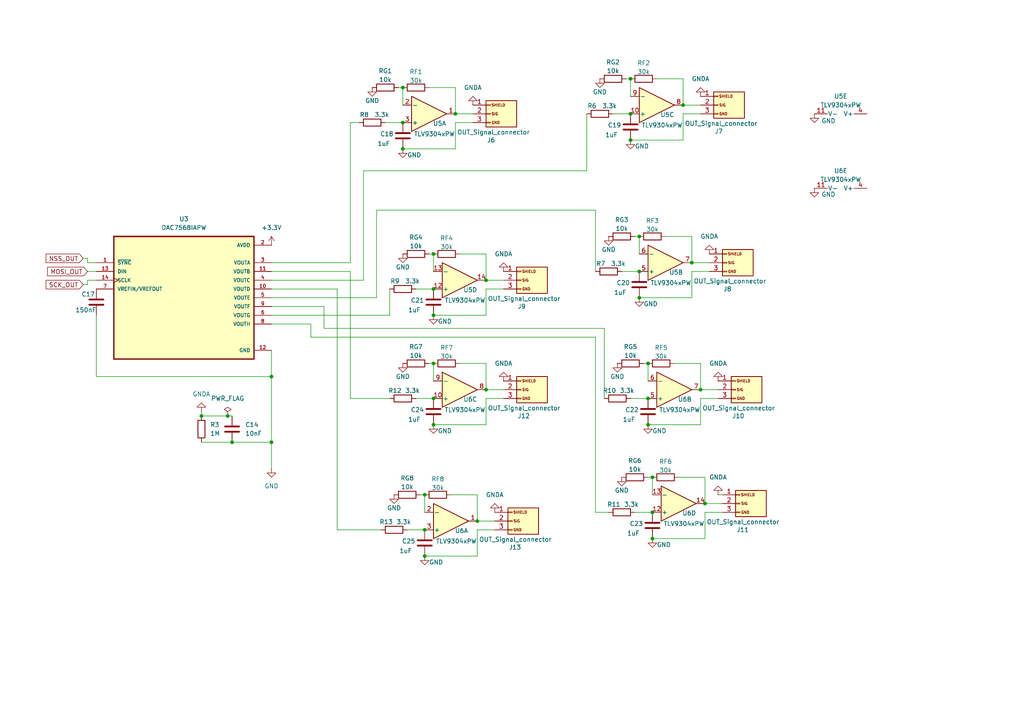
<source format=kicad_sch>
(kicad_sch (version 20250114) (generator "eeschema") (generator_version "9.0")
  (paper "A4")
  (lib_symbols
    (symbol "Amplifier_Operational:TLV9304xPW" (pin_names (offset 0.127))
      (property "Reference" "U" (at 0 5.08 0))
      (property "Value" "TLV9304xPW" (at 0 -5.08 0))
      (symbol "TLV9304xPW_1_1"
        (polyline (pts (xy -5.08 5.08) (xy 5.08 0) (xy -5.08 -5.08) (xy -5.08 5.08)) (stroke (width 0.254)) (fill (type background)))
        (pin input line (at -7.62 2.54 0) (length 2.54) (name "+") (number "3"))
        (pin input line (at -7.62 -2.54 0) (length 2.54) (name "-") (number "2"))
        (pin output line (at 7.62 0 180) (length 2.54) (name "~") (number "1"))
      )
      (symbol "TLV9304xPW_2_1"
        (polyline (pts (xy -5.08 5.08) (xy 5.08 0) (xy -5.08 -5.08) (xy -5.08 5.08)) (stroke (width 0.254)) (fill (type background)))
        (pin input line (at -7.62 2.54 0) (length 2.54) (name "+") (number "5"))
        (pin input line (at -7.62 -2.54 0) (length 2.54) (name "-") (number "6"))
        (pin output line (at 7.62 0 180) (length 2.54) (name "~") (number "7"))
      )
      (symbol "TLV9304xPW_3_1"
        (polyline (pts (xy -5.08 5.08) (xy 5.08 0) (xy -5.08 -5.08) (xy -5.08 5.08)) (stroke (width 0.254)) (fill (type background)))
        (pin input line (at -7.62 2.54 0) (length 2.54) (name "+") (number "10"))
        (pin input line (at -7.62 -2.54 0) (length 2.54) (name "-") (number "9"))
        (pin output line (at 7.62 0 180) (length 2.54) (name "~") (number "8"))
      )
      (symbol "TLV9304xPW_4_1"
        (polyline (pts (xy -5.08 5.08) (xy 5.08 0) (xy -5.08 -5.08) (xy -5.08 5.08)) (stroke (width 0.254)) (fill (type background)))
        (pin input line (at -7.62 2.54 0) (length 2.54) (name "+") (number "12"))
        (pin input line (at -7.62 -2.54 0) (length 2.54) (name "-") (number "13"))
        (pin output line (at 7.62 0 180) (length 2.54) (name "~") (number "14"))
      )
      (symbol "TLV9304xPW_5_1"
        (pin power_in line (at -2.54 7.62 270) (length 3.81) (name "V+") (number "4"))
        (pin power_in line (at -2.54 -7.62 90) (length 3.81) (name "V-") (number "11"))
      )
    )
    (symbol "Conn_01x04_1" (pin_names (offset 1.016) (hide yes))
      (property "Reference" "J6" (at 8.89 0.0001 0))
      (property "Value" "OUT_Signal_connector" (at 8.89 -2.5399 0))
      (symbol "Conn_01x04_1_1_1"
        (rectangle (start -1.27 3.81) (end 7.62 -3.81) (stroke (width 0.254)) (fill (type background)))
        (rectangle (start -1.27 2.667) (end 0 2.413) (stroke (width 0.1524)))
        (rectangle (start -1.27 0.127) (end 0 -0.127) (stroke (width 0.1524)))
        (rectangle (start -1.27 -2.413) (end 0 -2.667) (stroke (width 0.1524)))
        (text "SIG" (at 1.27 0 0) (effects (font (size 0.762 0.762))))
        (text "GND\n" (at 1.524 -2.54 0) (effects (font (size 0.762 0.762))))
        (text "SHIELD\n" (at 2.286 2.54 0) (effects (font (size 0.762 0.762))))
        (pin passive line (at -5.08 2.54 0) (length 3.81) (name "SHIELD") (number "1"))
        (pin passive line (at -5.08 0 0) (length 3.81) (name "GND") (number "2"))
        (pin passive line (at -5.08 -2.54 0) (length 3.81) (name "SIG") (number "3"))
      )
    )
    (symbol "DAC7568IAPW:DAC7568IAPW" (pin_names (offset 1.016))
      (property "Reference" "U" (at -20.32 18.78 0))
      (property "Value" "DAC7568IAPW" (at -20.32 -21.78 0))
      (symbol "DAC7568IAPW_0_0"
        (rectangle (start -20.32 -17.78) (end 20.32 17.78) (stroke (width 0.41)) (fill (type background)))
        (pin input line (at -25.4 10.16 0) (length 5.08) (name "~{SYNC}") (number "1"))
        (pin input line (at -25.4 7.62 0) (length 5.08) (name "DIN") (number "13"))
        (pin input clock (at -25.4 5.08 0) (length 5.08) (name "SCLK") (number "14"))
        (pin input line (at -25.4 2.54 0) (length 5.08) (name "VREFIN/VREFOUT") (number "7"))
        (pin power_in line (at 25.4 15.24 180) (length 5.08) (name "AVDD") (number "2"))
        (pin output line (at 25.4 10.16 180) (length 5.08) (name "VOUTA") (number "3"))
        (pin output line (at 25.4 7.62 180) (length 5.08) (name "VOUTB") (number "11"))
        (pin output line (at 25.4 5.08 180) (length 5.08) (name "VOUTC") (number "4"))
        (pin output line (at 25.4 2.54 180) (length 5.08) (name "VOUTD") (number "10"))
        (pin output line (at 25.4 0 180) (length 5.08) (name "VOUTE") (number "5"))
        (pin output line (at 25.4 -2.54 180) (length 5.08) (name "VOUTF") (number "9"))
        (pin output line (at 25.4 -5.08 180) (length 5.08) (name "VOUTG") (number "6"))
        (pin output line (at 25.4 -7.62 180) (length 5.08) (name "VOUTH") (number "8"))
        (pin power_in line (at 25.4 -15.24 180) (length 5.08) (name "GND") (number "12"))
      )
    )
    (symbol "Device:C" (pin_numbers (hide yes)) (pin_names (offset 0.254))
      (property "Reference" "C" (at 0.635 2.54 0))
      (property "Value" "C" (at 0.635 -2.54 0))
      (symbol "C_0_1"
        (polyline (pts (xy -2.032 0.762) (xy 2.032 0.762)) (stroke (width 0.508)))
        (polyline (pts (xy -2.032 -0.762) (xy 2.032 -0.762)) (stroke (width 0.508)))
      )
      (symbol "C_1_1"
        (pin passive line (at 0 3.81 270) (length 2.794) (name "~") (number "1"))
        (pin passive line (at 0 -3.81 90) (length 2.794) (name "~") (number "2"))
      )
    )
    (symbol "Device:R" (pin_numbers (hide yes)) (pin_names (offset 0))
      (property "Reference" "R" (at 2.032 0 90))
      (property "Value" "R" (at 0 0 90))
      (symbol "R_0_1"
        (rectangle (start -1.016 -2.54) (end 1.016 2.54) (stroke (width 0.254)))
      )
      (symbol "R_1_1"
        (pin passive line (at 0 3.81 270) (length 1.27) (name "~") (number "1"))
        (pin passive line (at 0 -3.81 90) (length 1.27) (name "~") (number "2"))
      )
    )
    (symbol "power:+3.3V" (power) (pin_numbers (hide yes)) (pin_names (offset 0) (hide yes))
      (property "Value" "+3.3V" (at 0 3.556 0))
      (symbol "+3.3V_0_1"
        (polyline (pts (xy -0.762 1.27) (xy 0 2.54)))
        (polyline (pts (xy 0 2.54) (xy 0.762 1.27)))
        (polyline (pts (xy 0 0) (xy 0 2.54)))
      )
      (symbol "+3.3V_1_1"
        (pin power_in line (at 0 0 90) (length 0) (name "~") (number "1"))
      )
    )
    (symbol "power:GND" (power) (pin_numbers (hide yes)) (pin_names (offset 0) (hide yes))
      (property "Value" "GND" (at 0 -3.81 0))
      (symbol "GND_0_1"
        (polyline (pts (xy 0 0) (xy 0 -1.27) (xy 1.27 -1.27) (xy 0 -2.54) (xy -1.27 -1.27) (xy 0 -1.27)))
      )
      (symbol "GND_1_1"
        (pin power_in line (at 0 0 270) (length 0) (name "~") (number "1"))
      )
    )
    (symbol "power:GNDA" (power) (pin_numbers (hide yes)) (pin_names (offset 0) (hide yes))
      (property "Value" "GNDA" (at 0 -3.81 0))
      (symbol "GNDA_0_1"
        (polyline (pts (xy 0 0) (xy 0 -1.27) (xy 1.27 -1.27) (xy 0 -2.54) (xy -1.27 -1.27) (xy 0 -1.27)))
      )
      (symbol "GNDA_1_1"
        (pin power_in line (at 0 0 270) (length 0) (name "~") (number "1"))
      )
    )
    (symbol "power:PWR_FLAG" (power) (pin_numbers (hide yes)) (pin_names (offset 0) (hide yes))
      (property "Value" "PWR_FLAG" (at 0 3.81 0))
      (symbol "PWR_FLAG_0_0"
        (pin power_out line (at 0 0 90) (length 0) (name "~") (number "1"))
      )
      (symbol "PWR_FLAG_0_1"
        (polyline (pts (xy 0 0) (xy 0 1.27) (xy -1.016 1.905) (xy 0 2.54) (xy 1.016 1.905) (xy 0 1.27)))
      )
    )
  )
  (junction (at 198.12 30.48))
  (junction (at 185.42 86.36))
  (junction (at 132.08 33.02))
  (junction (at 125.73 105.41))
  (junction (at 204.47 146.05))
  (junction (at 116.84 35.56))
  (junction (at 189.23 138.43))
  (junction (at 123.19 161.29))
  (junction (at 189.23 148.59))
  (junction (at 78.74 128.27))
  (junction (at 140.97 113.03))
  (junction (at 138.43 151.13))
  (junction (at 116.84 25.4))
  (junction (at 185.42 78.74))
  (junction (at 125.73 91.44))
  (junction (at 125.73 115.57))
  (junction (at 58.42 120.65))
  (junction (at 182.88 33.02))
  (junction (at 125.73 83.82))
  (junction (at 67.31 128.27))
  (junction (at 140.97 81.28))
  (junction (at 116.84 43.18))
  (junction (at 66.04 120.65))
  (junction (at 187.96 123.19))
  (junction (at 123.19 143.51))
  (junction (at 78.74 109.22))
  (junction (at 125.73 123.19))
  (junction (at 200.66 76.2))
  (junction (at 203.2 113.03))
  (junction (at 185.42 68.58))
  (junction (at 189.23 156.21))
  (junction (at 125.73 73.66))
  (junction (at 123.19 153.67))
  (junction (at 187.96 105.41))
  (junction (at 187.96 115.57))
  (junction (at 182.88 22.86))
  (junction (at 182.88 40.64))
  (wire (pts (xy 78.74 78.74) (xy 101.6 78.74)))
  (wire (pts (xy 78.74 135.89) (xy 78.74 128.27)))
  (wire (pts (xy 182.88 115.57) (xy 187.96 115.57)))
  (wire (pts (xy 204.47 156.21) (xy 204.47 148.59)))
  (wire (pts (xy 124.46 105.41) (xy 125.73 105.41)))
  (wire (pts (xy 133.35 73.66) (xy 140.97 73.66)))
  (wire (pts (xy 187.96 110.49) (xy 187.96 105.41)))
  (wire (pts (xy 138.43 151.13) (xy 143.51 151.13)))
  (wire (pts (xy 111.76 35.56) (xy 116.84 35.56)))
  (wire (pts (xy 195.58 105.41) (xy 203.2 105.41)))
  (wire (pts (xy 185.42 86.36) (xy 200.66 86.36)))
  (wire (pts (xy 123.19 148.59) (xy 123.19 143.51)))
  (wire (pts (xy 93.98 88.9) (xy 93.98 95.25)))
  (wire (pts (xy 125.73 110.49) (xy 125.73 105.41)))
  (wire (pts (xy 208.28 143.51) (xy 209.55 143.51)))
  (wire (pts (xy 25.4 78.74) (xy 27.94 78.74)))
  (wire (pts (xy 101.6 115.57) (xy 113.03 115.57)))
  (wire (pts (xy 172.72 148.59) (xy 176.53 148.59)))
  (wire (pts (xy 105.41 49.53) (xy 170.18 49.53)))
  (wire (pts (xy 175.26 95.25) (xy 175.26 115.57)))
  (wire (pts (xy 125.73 78.74) (xy 125.73 73.66)))
  (wire (pts (xy 27.94 76.2) (xy 25.4 76.2)))
  (wire (pts (xy 140.97 73.66) (xy 140.97 81.28)))
  (wire (pts (xy 113.03 91.44) (xy 113.03 83.82)))
  (wire (pts (xy 27.94 91.44) (xy 27.94 109.22)))
  (wire (pts (xy 196.85 138.43) (xy 204.47 138.43)))
  (wire (pts (xy 109.22 86.36) (xy 109.22 60.96)))
  (wire (pts (xy 132.08 33.02) (xy 137.16 33.02)))
  (wire (pts (xy 172.72 60.96) (xy 172.72 78.74)))
  (wire (pts (xy 125.73 91.44) (xy 140.97 91.44)))
  (wire (pts (xy 101.6 78.74) (xy 101.6 115.57)))
  (wire (pts (xy 97.79 153.67) (xy 110.49 153.67)))
  (wire (pts (xy 203.2 113.03) (xy 208.28 113.03)))
  (wire (pts (xy 116.84 43.18) (xy 132.08 43.18)))
  (wire (pts (xy 67.31 128.27) (xy 78.74 128.27)))
  (wire (pts (xy 140.97 123.19) (xy 140.97 115.57)))
  (wire (pts (xy 189.23 156.21) (xy 204.47 156.21)))
  (wire (pts (xy 121.92 143.51) (xy 123.19 143.51)))
  (wire (pts (xy 132.08 25.4) (xy 132.08 33.02)))
  (wire (pts (xy 93.98 95.25) (xy 175.26 95.25)))
  (wire (pts (xy 182.88 40.64) (xy 198.12 40.64)))
  (wire (pts (xy 78.74 76.2) (xy 101.6 76.2)))
  (wire (pts (xy 140.97 81.28) (xy 146.05 81.28)))
  (wire (pts (xy 204.47 148.59) (xy 209.55 148.59)))
  (wire (pts (xy 140.97 83.82) (xy 146.05 83.82)))
  (wire (pts (xy 25.4 76.2) (xy 25.4 74.93)))
  (wire (pts (xy 90.17 93.98) (xy 90.17 97.79)))
  (wire (pts (xy 25.4 81.28) (xy 27.94 81.28)))
  (wire (pts (xy 189.23 143.51) (xy 189.23 138.43)))
  (wire (pts (xy 58.42 120.65) (xy 66.04 120.65)))
  (wire (pts (xy 184.15 68.58) (xy 185.42 68.58)))
  (wire (pts (xy 190.5 22.86) (xy 198.12 22.86)))
  (wire (pts (xy 125.73 123.19) (xy 140.97 123.19)))
  (wire (pts (xy 24.13 82.55) (xy 25.4 82.55)))
  (wire (pts (xy 200.66 76.2) (xy 205.74 76.2)))
  (wire (pts (xy 140.97 91.44) (xy 140.97 83.82)))
  (wire (pts (xy 187.96 138.43) (xy 189.23 138.43)))
  (wire (pts (xy 198.12 22.86) (xy 198.12 30.48)))
  (wire (pts (xy 66.04 120.65) (xy 67.31 120.65)))
  (wire (pts (xy 105.41 81.28) (xy 105.41 49.53)))
  (wire (pts (xy 25.4 82.55) (xy 25.4 81.28)))
  (wire (pts (xy 177.8 33.02) (xy 182.88 33.02)))
  (wire (pts (xy 78.74 83.82) (xy 97.79 83.82)))
  (wire (pts (xy 204.47 146.05) (xy 209.55 146.05)))
  (wire (pts (xy 118.11 153.67) (xy 123.19 153.67)))
  (wire (pts (xy 124.46 25.4) (xy 132.08 25.4)))
  (wire (pts (xy 184.15 148.59) (xy 189.23 148.59)))
  (wire (pts (xy 200.66 68.58) (xy 200.66 76.2)))
  (wire (pts (xy 138.43 153.67) (xy 143.51 153.67)))
  (wire (pts (xy 170.18 49.53) (xy 170.18 33.02)))
  (wire (pts (xy 78.74 109.22) (xy 78.74 101.6)))
  (wire (pts (xy 138.43 143.51) (xy 138.43 151.13)))
  (wire (pts (xy 78.74 93.98) (xy 90.17 93.98)))
  (wire (pts (xy 78.74 86.36) (xy 109.22 86.36)))
  (wire (pts (xy 140.97 105.41) (xy 140.97 113.03)))
  (wire (pts (xy 186.69 105.41) (xy 187.96 105.41)))
  (wire (pts (xy 132.08 35.56) (xy 137.16 35.56)))
  (wire (pts (xy 203.2 123.19) (xy 203.2 115.57)))
  (wire (pts (xy 130.81 143.51) (xy 138.43 143.51)))
  (wire (pts (xy 203.2 115.57) (xy 208.28 115.57)))
  (wire (pts (xy 203.2 105.41) (xy 203.2 113.03)))
  (wire (pts (xy 101.6 35.56) (xy 104.14 35.56)))
  (wire (pts (xy 58.42 119.38) (xy 58.42 120.65)))
  (wire (pts (xy 193.04 68.58) (xy 200.66 68.58)))
  (wire (pts (xy 115.57 25.4) (xy 116.84 25.4)))
  (wire (pts (xy 187.96 123.19) (xy 203.2 123.19)))
  (wire (pts (xy 133.35 105.41) (xy 140.97 105.41)))
  (wire (pts (xy 200.66 78.74) (xy 205.74 78.74)))
  (wire (pts (xy 58.42 128.27) (xy 67.31 128.27)))
  (wire (pts (xy 78.74 91.44) (xy 113.03 91.44)))
  (wire (pts (xy 182.88 27.94) (xy 182.88 22.86)))
  (wire (pts (xy 78.74 88.9) (xy 93.98 88.9)))
  (wire (pts (xy 97.79 83.82) (xy 97.79 153.67)))
  (wire (pts (xy 198.12 30.48) (xy 203.2 30.48)))
  (wire (pts (xy 140.97 115.57) (xy 146.05 115.57)))
  (wire (pts (xy 120.65 115.57) (xy 125.73 115.57)))
  (wire (pts (xy 204.47 138.43) (xy 204.47 146.05)))
  (wire (pts (xy 140.97 113.03) (xy 146.05 113.03)))
  (wire (pts (xy 109.22 60.96) (xy 172.72 60.96)))
  (wire (pts (xy 78.74 128.27) (xy 78.74 109.22)))
  (wire (pts (xy 198.12 40.64) (xy 198.12 33.02)))
  (wire (pts (xy 180.34 78.74) (xy 185.42 78.74)))
  (wire (pts (xy 185.42 73.66) (xy 185.42 68.58)))
  (wire (pts (xy 200.66 86.36) (xy 200.66 78.74)))
  (wire (pts (xy 90.17 97.79) (xy 172.72 97.79)))
  (wire (pts (xy 181.61 22.86) (xy 182.88 22.86)))
  (wire (pts (xy 27.94 109.22) (xy 78.74 109.22)))
  (wire (pts (xy 132.08 43.18) (xy 132.08 35.56)))
  (wire (pts (xy 124.46 73.66) (xy 125.73 73.66)))
  (wire (pts (xy 116.84 30.48) (xy 116.84 25.4)))
  (wire (pts (xy 25.4 74.93) (xy 24.13 74.93)))
  (wire (pts (xy 172.72 97.79) (xy 172.72 148.59)))
  (wire (pts (xy 123.19 161.29) (xy 138.43 161.29)))
  (wire (pts (xy 101.6 76.2) (xy 101.6 35.56)))
  (wire (pts (xy 198.12 33.02) (xy 203.2 33.02)))
  (wire (pts (xy 138.43 161.29) (xy 138.43 153.67)))
  (wire (pts (xy 78.74 81.28) (xy 105.41 81.28)))
  (wire (pts (xy 120.65 83.82) (xy 125.73 83.82)))
  (global_label "NSS_OUT" (shape input) (at 24.13 74.93 180) (property "Intersheetrefs" "${INTERSHEET_REFS}" (effects (hide yes))))
  (global_label "SCK_OUT" (shape input) (at 24.13 82.55 180) (property "Intersheetrefs" "${INTERSHEET_REFS}" (effects (hide yes))))
  (global_label "MOSI_OUT" (shape input) (at 25.4 78.74 180) (property "Intersheetrefs" "${INTERSHEET_REFS}" (effects (hide yes))))
  (symbol (lib_id "Device:R") (at 191.77 105.41 90) (unit 1)
    (property "Reference" "RF5" (at 191.77 100.838 90))
    (property "Value" "30k" (at 191.77 103.378 90))
    (property "Footprint" "Resistor_SMD:R_0805_2012Metric_Pad1.20x1.40mm_HandSolder" (effects (hide yes)))
    (property "Description" "Resistor" (effects (hide yes)))
  )
  (symbol (lib_id "Amplifier_Operational:TLV9304xPW") (at 196.85 146.05 0) (mirror x) (unit 4)
    (property "Reference" "U6" (at 199.898 148.844 0))
    (property "Value" "TLV9304xPW" (at 198.374 151.892 0))
    (property "Footprint" "Package_SO:TSSOP-14_4.4x5mm_P0.65mm" (effects (hide yes)))
    (property "Datasheet" "https://www.ti.com/lit/ds/symlink/tlv9304.pdf" (effects (hide yes)))
    (property "Description" "40-V, 1-MHz, RRO Operational Amplifiers for Cost-Sensitive Systems, TSSOP-14" (effects (hide yes)))
  )
  (symbol (lib_id "Device:R") (at 107.95 35.56 90) (unit 1)
    (property "Reference" "R8" (at 105.664 33.274 90))
    (property "Value" "3.3k" (at 110.744 33.274 90))
    (property "Footprint" "Resistor_SMD:R_0805_2012Metric_Pad1.20x1.40mm_HandSolder" (effects (hide yes)))
    (property "Description" "Resistor" (effects (hide yes)))
  )
  (symbol (lib_id "Device:C") (at 125.73 119.38 0) (unit 1)
    (property "Reference" "C24" (at 119.126 118.872 0) (effects (justify left)))
    (property "Value" "1uF" (at 118.364 121.666 0) (effects (justify left)))
    (property "Footprint" "Capacitor_SMD:C_0805_2012Metric_Pad1.18x1.45mm_HandSolder" (effects (hide yes)))
    (property "Description" "Unpolarized capacitor" (effects (hide yes)))
  )
  (symbol (lib_id "Amplifier_Operational:TLV9304xPW") (at 133.35 113.03 0) (mirror x) (unit 3)
    (property "Reference" "U6" (at 136.398 115.824 0))
    (property "Value" "TLV9304xPW" (at 134.874 118.872 0))
    (property "Footprint" "Package_SO:TSSOP-14_4.4x5mm_P0.65mm" (effects (hide yes)))
    (property "Datasheet" "https://www.ti.com/lit/ds/symlink/tlv9304.pdf" (effects (hide yes)))
    (property "Description" "40-V, 1-MHz, RRO Operational Amplifiers for Cost-Sensitive Systems, TSSOP-14" (effects (hide yes)))
  )
  (symbol (lib_id "Device:R") (at 180.34 148.59 90) (unit 1)
    (property "Reference" "R11" (at 178.054 146.304 90))
    (property "Value" "3.3k" (at 183.134 146.304 90))
    (property "Footprint" "Resistor_SMD:R_0805_2012Metric_Pad1.20x1.40mm_HandSolder" (effects (hide yes)))
    (property "Description" "Resistor" (effects (hide yes)))
  )
  (symbol (lib_id "Device:R") (at 189.23 68.58 90) (unit 1)
    (property "Reference" "RF3" (at 189.23 64.008 90))
    (property "Value" "30k" (at 189.23 66.548 90))
    (property "Footprint" "Resistor_SMD:R_0805_2012Metric_Pad1.20x1.40mm_HandSolder" (effects (hide yes)))
    (property "Description" "Resistor" (effects (hide yes)))
  )
  (symbol (lib_name "Conn_01x04_1") (lib_id "Connector_Generic:Conn_01x04") (at 210.82 76.2 0) (unit 1)
    (property "Reference" "J8" (at 209.804 83.82 0) (effects (justify left)))
    (property "Value" "OUT_Signal_connector" (at 201.168 81.534 0) (effects (justify left)))
    (property "Footprint" "Connector_Phoenix_MC:PhoenixContact_MCV_1,5_3-G-3.5_1x03_P3.50mm_Vertical" (effects (hide yes)))
    (property "Description" "Generic connector, single row, 01x04, script generated (kicad-library-utils/schlib/autogen/connector/)" (effects (hide yes)))
  )
  (symbol (lib_id "Device:C") (at 185.42 82.55 0) (unit 1)
    (property "Reference" "C20" (at 178.816 82.042 0) (effects (justify left)))
    (property "Value" "1uF" (at 178.054 84.836 0) (effects (justify left)))
    (property "Footprint" "Capacitor_SMD:C_0805_2012Metric_Pad1.18x1.45mm_HandSolder" (effects (hide yes)))
    (property "Description" "Unpolarized capacitor" (effects (hide yes)))
  )
  (symbol (lib_id "Device:C") (at 187.96 119.38 0) (unit 1)
    (property "Reference" "C22" (at 181.356 118.872 0) (effects (justify left)))
    (property "Value" "1uF" (at 180.594 121.666 0) (effects (justify left)))
    (property "Footprint" "Capacitor_SMD:C_0805_2012Metric_Pad1.18x1.45mm_HandSolder" (effects (hide yes)))
    (property "Description" "Unpolarized capacitor" (effects (hide yes)))
  )
  (symbol (lib_id "power:GND") (at 189.23 156.21 0) (unit 1)
    (property "Reference" "#PWR028" (effects (hide yes)))
    (property "Value" "GND" (at 192.532 157.988 0))
    (property "Description" "Power symbol creates a global label with name \"GND\" , ground" (effects (hide yes)))
  )
  (symbol (lib_id "power:GND") (at 78.74 135.89 0) (unit 1)
    (property "Reference" "#PWR016" (effects (hide yes)))
    (property "Value" "GND" (at 78.74 140.97 0))
    (property "Description" "Power symbol creates a global label with name \"GND\" , ground" (effects (hide yes)))
  )
  (symbol (lib_name "Conn_01x04_1") (lib_id "Connector_Generic:Conn_01x04") (at 148.59 151.13 0) (unit 1)
    (property "Reference" "J13" (at 147.574 158.75 0) (effects (justify left)))
    (property "Value" "OUT_Signal_connector" (at 138.938 156.464 0) (effects (justify left)))
    (property "Footprint" "Connector_Phoenix_MC:PhoenixContact_MCV_1,5_3-G-3.5_1x03_P3.50mm_Vertical" (effects (hide yes)))
    (property "Description" "Generic connector, single row, 01x04, script generated (kicad-library-utils/schlib/autogen/connector/)" (effects (hide yes)))
  )
  (symbol (lib_id "Device:R") (at 129.54 105.41 90) (unit 1)
    (property "Reference" "RF7" (at 129.54 100.838 90))
    (property "Value" "30k" (at 129.54 103.378 90))
    (property "Footprint" "Resistor_SMD:R_0805_2012Metric_Pad1.20x1.40mm_HandSolder" (effects (hide yes)))
    (property "Description" "Resistor" (effects (hide yes)))
  )
  (symbol (lib_id "Device:R") (at 120.65 105.41 270) (unit 1)
    (property "Reference" "RG7" (at 120.65 100.584 90))
    (property "Value" "10k" (at 120.65 103.124 90))
    (property "Footprint" "Resistor_SMD:R_0805_2012Metric_Pad1.20x1.40mm_HandSolder" (effects (hide yes)))
    (property "Description" "Resistor" (effects (hide yes)))
  )
  (symbol (lib_id "Amplifier_Operational:TLV9304xPW") (at 130.81 151.13 0) (mirror x) (unit 1)
    (property "Reference" "U6" (at 133.858 153.924 0))
    (property "Value" "TLV9304xPW" (at 132.334 156.972 0))
    (property "Footprint" "Package_SO:TSSOP-14_4.4x5mm_P0.65mm" (effects (hide yes)))
    (property "Datasheet" "https://www.ti.com/lit/ds/symlink/tlv9304.pdf" (effects (hide yes)))
    (property "Description" "40-V, 1-MHz, RRO Operational Amplifiers for Cost-Sensitive Systems, TSSOP-14" (effects (hide yes)))
  )
  (symbol (lib_id "power:GNDA") (at 137.16 30.48 180) (unit 1)
    (property "Reference" "#PWR056" (effects (hide yes)))
    (property "Value" "GNDA" (at 137.16 25.4 0))
    (property "Description" "Power symbol creates a global label with name \"GNDA\" , analog ground" (effects (hide yes)))
  )
  (symbol (lib_id "power:GND") (at 185.42 86.36 0) (unit 1)
    (property "Reference" "#PWR022" (effects (hide yes)))
    (property "Value" "GND" (at 188.722 88.138 0))
    (property "Description" "Power symbol creates a global label with name \"GND\" , ground" (effects (hide yes)))
  )
  (symbol (lib_id "power:GND") (at 182.88 40.64 0) (unit 1)
    (property "Reference" "#PWR020" (effects (hide yes)))
    (property "Value" "GND" (at 186.182 42.418 0))
    (property "Description" "Power symbol creates a global label with name \"GND\" , ground" (effects (hide yes)))
  )
  (symbol (lib_id "power:GND") (at 173.99 22.86 0) (unit 1)
    (property "Reference" "#PWR019" (effects (hide yes)))
    (property "Value" "GND" (at 173.99 26.67 0))
    (property "Description" "Power symbol creates a global label with name \"GND\" , ground" (effects (hide yes)))
  )
  (symbol (lib_id "Device:R") (at 173.99 33.02 90) (unit 1)
    (property "Reference" "R6" (at 171.704 30.734 90))
    (property "Value" "3.3k" (at 176.784 30.734 90))
    (property "Footprint" "Resistor_SMD:R_0805_2012Metric_Pad1.20x1.40mm_HandSolder" (effects (hide yes)))
    (property "Description" "Resistor" (effects (hide yes)))
  )
  (symbol (lib_id "power:GND") (at 187.96 123.19 0) (unit 1)
    (property "Reference" "#PWR026" (effects (hide yes)))
    (property "Value" "GND" (at 191.262 124.968 0))
    (property "Description" "Power symbol creates a global label with name \"GND\" , ground" (effects (hide yes)))
  )
  (symbol (lib_id "power:GND") (at 236.22 33.02 0) (unit 1)
    (property "Reference" "#PWR034" (effects (hide yes)))
    (property "Value" "GND" (at 240.284 35.052 0))
    (property "Description" "Power symbol creates a global label with name \"GND\" , ground" (effects (hide yes)))
  )
  (symbol (lib_name "Conn_01x04_1") (lib_id "Connector_Generic:Conn_01x04") (at 151.13 81.28 0) (unit 1)
    (property "Reference" "J9" (at 150.114 88.9 0) (effects (justify left)))
    (property "Value" "OUT_Signal_connector" (at 141.478 86.614 0) (effects (justify left)))
    (property "Footprint" "Connector_Phoenix_MC:PhoenixContact_MCV_1,5_3-G-3.5_1x03_P3.50mm_Vertical" (effects (hide yes)))
    (property "Description" "Generic connector, single row, 01x04, script generated (kicad-library-utils/schlib/autogen/connector/)" (effects (hide yes)))
  )
  (symbol (lib_name "Conn_01x04_1") (lib_id "Connector_Generic:Conn_01x04") (at 142.24 33.02 0) (unit 1)
    (property "Reference" "J6" (at 141.224 40.64 0) (effects (justify left)))
    (property "Value" "OUT_Signal_connector" (at 132.588 38.354 0) (effects (justify left)))
    (property "Footprint" "Connector_Phoenix_MC:PhoenixContact_MCV_1,5_3-G-3.5_1x03_P3.50mm_Vertical" (effects (hide yes)))
    (property "Description" "Generic connector, single row, 01x04, script generated (kicad-library-utils/schlib/autogen/connector/)" (effects (hide yes)))
  )
  (symbol (lib_id "Device:R") (at 116.84 83.82 90) (unit 1)
    (property "Reference" "R9" (at 114.554 81.534 90))
    (property "Value" "3.3k" (at 119.634 81.534 90))
    (property "Footprint" "Resistor_SMD:R_0805_2012Metric_Pad1.20x1.40mm_HandSolder" (effects (hide yes)))
    (property "Description" "Resistor" (effects (hide yes)))
  )
  (symbol (lib_id "Device:C") (at 125.73 87.63 0) (unit 1)
    (property "Reference" "C21" (at 119.126 87.122 0) (effects (justify left)))
    (property "Value" "1uF" (at 118.364 89.916 0) (effects (justify left)))
    (property "Footprint" "Capacitor_SMD:C_0805_2012Metric_Pad1.18x1.45mm_HandSolder" (effects (hide yes)))
    (property "Description" "Unpolarized capacitor" (effects (hide yes)))
  )
  (symbol (lib_name "Conn_01x04_1") (lib_id "Connector_Generic:Conn_01x04") (at 213.36 113.03 0) (unit 1)
    (property "Reference" "J10" (at 212.344 120.65 0) (effects (justify left)))
    (property "Value" "OUT_Signal_connector" (at 203.708 118.364 0) (effects (justify left)))
    (property "Footprint" "Connector_Phoenix_MC:PhoenixContact_MCV_1,5_3-G-3.5_1x03_P3.50mm_Vertical" (effects (hide yes)))
    (property "Description" "Generic connector, single row, 01x04, script generated (kicad-library-utils/schlib/autogen/connector/)" (effects (hide yes)))
  )
  (symbol (lib_id "power:GNDA") (at 208.28 110.49 180) (unit 1)
    (property "Reference" "#PWR050" (effects (hide yes)))
    (property "Value" "GNDA" (at 208.28 105.41 0))
    (property "Description" "Power symbol creates a global label with name \"GNDA\" , analog ground" (effects (hide yes)))
  )
  (symbol (lib_id "power:GND") (at 116.84 43.18 0) (unit 1)
    (property "Reference" "#PWR017" (effects (hide yes)))
    (property "Value" "GND" (at 120.142 44.958 0))
    (property "Description" "Power symbol creates a global label with name \"GND\" , ground" (effects (hide yes)))
  )
  (symbol (lib_id "Device:R") (at 120.65 25.4 90) (unit 1)
    (property "Reference" "RF1" (at 120.65 20.828 90))
    (property "Value" "30k" (at 120.65 23.368 90))
    (property "Footprint" "Resistor_SMD:R_0805_2012Metric_Pad1.20x1.40mm_HandSolder" (effects (hide yes)))
    (property "Description" "Resistor" (effects (hide yes)))
  )
  (symbol (lib_id "Device:C") (at 27.94 87.63 0) (unit 1)
    (property "Reference" "C17" (at 23.622 85.344 0) (effects (justify left)))
    (property "Value" "150nF" (at 21.844 89.916 0) (effects (justify left)))
    (property "Footprint" "Capacitor_SMD:C_0805_2012Metric_Pad1.18x1.45mm_HandSolder" (effects (hide yes)))
    (property "Description" "Unpolarized capacitor" (effects (hide yes)))
  )
  (symbol (lib_id "power:GND") (at 116.84 105.41 0) (unit 1)
    (property "Reference" "#PWR029" (effects (hide yes)))
    (property "Value" "GND" (at 116.84 109.22 0))
    (property "Description" "Power symbol creates a global label with name \"GND\" , ground" (effects (hide yes)))
  )
  (symbol (lib_id "Device:R") (at 127 143.51 90) (unit 1)
    (property "Reference" "RF8" (at 127 138.938 90))
    (property "Value" "30k" (at 127 141.478 90))
    (property "Footprint" "Resistor_SMD:R_0805_2012Metric_Pad1.20x1.40mm_HandSolder" (effects (hide yes)))
    (property "Description" "Resistor" (effects (hide yes)))
  )
  (symbol (lib_id "Device:C") (at 123.19 157.48 0) (unit 1)
    (property "Reference" "C25" (at 116.586 156.972 0) (effects (justify left)))
    (property "Value" "1uF" (at 115.824 159.766 0) (effects (justify left)))
    (property "Footprint" "Capacitor_SMD:C_0805_2012Metric_Pad1.18x1.45mm_HandSolder" (effects (hide yes)))
    (property "Description" "Unpolarized capacitor" (effects (hide yes)))
  )
  (symbol (lib_id "Amplifier_Operational:TLV9304xPW") (at 243.84 52.07 270) (mirror x) (unit 5)
    (property "Reference" "U6" (at 243.84 49.53 90))
    (property "Value" "TLV9304xPW" (at 243.84 52.07 90))
    (property "Footprint" "Package_SO:TSSOP-14_4.4x5mm_P0.65mm" (effects (hide yes)))
    (property "Datasheet" "https://www.ti.com/lit/ds/symlink/tlv9304.pdf" (effects (hide yes)))
    (property "Description" "40-V, 1-MHz, RRO Operational Amplifiers for Cost-Sensitive Systems, TSSOP-14" (effects (hide yes)))
  )
  (symbol (lib_id "Amplifier_Operational:TLV9304xPW") (at 195.58 113.03 0) (mirror x) (unit 2)
    (property "Reference" "U6" (at 198.628 115.824 0))
    (property "Value" "TLV9304xPW" (at 197.104 118.872 0))
    (property "Footprint" "Package_SO:TSSOP-14_4.4x5mm_P0.65mm" (effects (hide yes)))
    (property "Datasheet" "https://www.ti.com/lit/ds/symlink/tlv9304.pdf" (effects (hide yes)))
    (property "Description" "40-V, 1-MHz, RRO Operational Amplifiers for Cost-Sensitive Systems, TSSOP-14" (effects (hide yes)))
  )
  (symbol (lib_id "Device:R") (at 120.65 73.66 270) (unit 1)
    (property "Reference" "RG4" (at 120.65 68.834 90))
    (property "Value" "10k" (at 120.65 71.374 90))
    (property "Footprint" "Resistor_SMD:R_0805_2012Metric_Pad1.20x1.40mm_HandSolder" (effects (hide yes)))
    (property "Description" "Resistor" (effects (hide yes)))
  )
  (symbol (lib_id "power:GND") (at 114.3 143.51 0) (unit 1)
    (property "Reference" "#PWR031" (effects (hide yes)))
    (property "Value" "GND" (at 114.3 147.32 0))
    (property "Description" "Power symbol creates a global label with name \"GND\" , ground" (effects (hide yes)))
  )
  (symbol (lib_id "Device:R") (at 186.69 22.86 90) (unit 1)
    (property "Reference" "RF2" (at 186.69 18.288 90))
    (property "Value" "30k" (at 186.69 20.828 90))
    (property "Footprint" "Resistor_SMD:R_0805_2012Metric_Pad1.20x1.40mm_HandSolder" (effects (hide yes)))
    (property "Description" "Resistor" (effects (hide yes)))
  )
  (symbol (lib_id "Amplifier_Operational:TLV9304xPW") (at 124.46 33.02 0) (mirror x) (unit 1)
    (property "Reference" "U5" (at 127.508 35.814 0))
    (property "Value" "TLV9304xPW" (at 125.984 38.862 0))
    (property "Footprint" "Package_SO:TSSOP-14_4.4x5mm_P0.65mm" (effects (hide yes)))
    (property "Datasheet" "https://www.ti.com/lit/ds/symlink/tlv9304.pdf" (effects (hide yes)))
    (property "Description" "40-V, 1-MHz, RRO Operational Amplifiers for Cost-Sensitive Systems, TSSOP-14" (effects (hide yes)))
  )
  (symbol (lib_id "DAC7568IAPW:DAC7568IAPW") (at 53.34 86.36 0) (unit 1)
    (property "Reference" "U3" (at 53.34 63.5 0))
    (property "Value" "DAC7568IAPW" (at 53.34 66.04 0))
    (property "Footprint" "własne:dac" (effects (hide yes)))
    (property "MF" "Texas Instruments" (effects (hide yes)))
    (property "Description_1" "12-Bit, Octal Channel, Ultra-Low Glitch, Voltage Output DAC with 2.5V, 2ppm/°C Internal Reference" (effects (hide yes)))
    (property "Package" "TSSOP-14 Texas Instruments" (effects (hide yes)))
    (property "Price" "None" (effects (hide yes)))
    (property "SnapEDA_Link" "https://www.snapeda.com/parts/DAC7568IAPW/Texas+Instruments/view-part/?ref=snap" (effects (hide yes)))
    (property "MP" "DAC7568IAPW" (effects (hide yes)))
    (property "Availability" "In Stock" (effects (hide yes)))
    (property "Check_prices" "https://www.snapeda.com/parts/DAC7568IAPW/Texas+Instruments/view-part/?ref=eda" (effects (hide yes)))
  )
  (symbol (lib_id "Device:R") (at 116.84 115.57 90) (unit 1)
    (property "Reference" "R12" (at 114.554 113.284 90))
    (property "Value" "3.3k" (at 119.634 113.284 90))
    (property "Footprint" "Resistor_SMD:R_0805_2012Metric_Pad1.20x1.40mm_HandSolder" (effects (hide yes)))
    (property "Description" "Resistor" (effects (hide yes)))
  )
  (symbol (lib_id "Amplifier_Operational:TLV9304xPW") (at 193.04 76.2 0) (mirror x) (unit 2)
    (property "Reference" "U5" (at 196.088 78.994 0))
    (property "Value" "TLV9304xPW" (at 194.564 82.042 0))
    (property "Footprint" "Package_SO:TSSOP-14_4.4x5mm_P0.65mm" (effects (hide yes)))
    (property "Datasheet" "https://www.ti.com/lit/ds/symlink/tlv9304.pdf" (effects (hide yes)))
    (property "Description" "40-V, 1-MHz, RRO Operational Amplifiers for Cost-Sensitive Systems, TSSOP-14" (effects (hide yes)))
  )
  (symbol (lib_id "Device:C") (at 182.88 36.83 0) (unit 1)
    (property "Reference" "C19" (at 176.276 36.322 0) (effects (justify left)))
    (property "Value" "1uF" (at 175.514 39.116 0) (effects (justify left)))
    (property "Footprint" "Capacitor_SMD:C_0805_2012Metric_Pad1.18x1.45mm_HandSolder" (effects (hide yes)))
    (property "Description" "Unpolarized capacitor" (effects (hide yes)))
  )
  (symbol (lib_id "power:GND") (at 107.95 25.4 0) (unit 1)
    (property "Reference" "#PWR018" (effects (hide yes)))
    (property "Value" "GND" (at 107.95 29.21 0))
    (property "Description" "Power symbol creates a global label with name \"GND\" , ground" (effects (hide yes)))
  )
  (symbol (lib_id "power:GNDA") (at 146.05 78.74 180) (unit 1)
    (property "Reference" "#PWR052" (effects (hide yes)))
    (property "Value" "GNDA" (at 146.05 73.66 0))
    (property "Description" "Power symbol creates a global label with name \"GNDA\" , analog ground" (effects (hide yes)))
  )
  (symbol (lib_id "Amplifier_Operational:TLV9304xPW") (at 243.84 30.48 270) (mirror x) (unit 5)
    (property "Reference" "U5" (at 243.84 27.94 90))
    (property "Value" "TLV9304xPW" (at 243.84 30.48 90))
    (property "Footprint" "Package_SO:TSSOP-14_4.4x5mm_P0.65mm" (effects (hide yes)))
    (property "Datasheet" "https://www.ti.com/lit/ds/symlink/tlv9304.pdf" (effects (hide yes)))
    (property "Description" "40-V, 1-MHz, RRO Operational Amplifiers for Cost-Sensitive Systems, TSSOP-14" (effects (hide yes)))
  )
  (symbol (lib_id "Device:R") (at 193.04 138.43 90) (unit 1)
    (property "Reference" "RF6" (at 193.04 133.858 90))
    (property "Value" "30k" (at 193.04 136.398 90))
    (property "Footprint" "Resistor_SMD:R_0805_2012Metric_Pad1.20x1.40mm_HandSolder" (effects (hide yes)))
    (property "Description" "Resistor" (effects (hide yes)))
  )
  (symbol (lib_id "power:GND") (at 180.34 138.43 0) (unit 1)
    (property "Reference" "#PWR027" (effects (hide yes)))
    (property "Value" "GND" (at 180.34 142.24 0))
    (property "Description" "Power symbol creates a global label with name \"GND\" , ground" (effects (hide yes)))
  )
  (symbol (lib_id "Device:R") (at 179.07 115.57 90) (unit 1)
    (property "Reference" "R10" (at 176.784 113.284 90))
    (property "Value" "3.3k" (at 181.864 113.284 90))
    (property "Footprint" "Resistor_SMD:R_0805_2012Metric_Pad1.20x1.40mm_HandSolder" (effects (hide yes)))
    (property "Description" "Resistor" (effects (hide yes)))
  )
  (symbol (lib_id "Device:R") (at 180.34 68.58 270) (unit 1)
    (property "Reference" "RG3" (at 180.34 63.754 90))
    (property "Value" "10k" (at 180.34 66.294 90))
    (property "Footprint" "Resistor_SMD:R_0805_2012Metric_Pad1.20x1.40mm_HandSolder" (effects (hide yes)))
    (property "Description" "Resistor" (effects (hide yes)))
  )
  (symbol (lib_name "Conn_01x04_1") (lib_id "Connector_Generic:Conn_01x04") (at 208.28 30.48 0) (unit 1)
    (property "Reference" "J7" (at 207.264 38.1 0) (effects (justify left)))
    (property "Value" "OUT_Signal_connector" (at 198.628 35.814 0) (effects (justify left)))
    (property "Footprint" "Connector_Phoenix_MC:PhoenixContact_MCV_1,5_3-G-3.5_1x03_P3.50mm_Vertical" (effects (hide yes)))
    (property "Description" "Generic connector, single row, 01x04, script generated (kicad-library-utils/schlib/autogen/connector/)" (effects (hide yes)))
  )
  (symbol (lib_id "power:GND") (at 116.84 73.66 0) (unit 1)
    (property "Reference" "#PWR023" (effects (hide yes)))
    (property "Value" "GND" (at 116.84 77.47 0))
    (property "Description" "Power symbol creates a global label with name \"GND\" , ground" (effects (hide yes)))
  )
  (symbol (lib_name "Conn_01x04_1") (lib_id "Connector_Generic:Conn_01x04") (at 151.13 113.03 0) (unit 1)
    (property "Reference" "J12" (at 150.114 120.65 0) (effects (justify left)))
    (property "Value" "OUT_Signal_connector" (at 141.478 118.364 0) (effects (justify left)))
    (property "Footprint" "Connector_Phoenix_MC:PhoenixContact_MCV_1,5_3-G-3.5_1x03_P3.50mm_Vertical" (effects (hide yes)))
    (property "Description" "Generic connector, single row, 01x04, script generated (kicad-library-utils/schlib/autogen/connector/)" (effects (hide yes)))
  )
  (symbol (lib_id "power:+3.3V") (at 78.74 71.12 0) (unit 1)
    (property "Reference" "#PWR015" (effects (hide yes)))
    (property "Value" "+3.3V" (at 78.74 66.04 0))
    (property "Description" "Power symbol creates a global label with name \"+3.3V\"" (effects (hide yes)))
  )
  (symbol (lib_id "Device:R") (at 118.11 143.51 270) (unit 1)
    (property "Reference" "RG8" (at 118.11 138.684 90))
    (property "Value" "10k" (at 118.11 141.224 90))
    (property "Footprint" "Resistor_SMD:R_0805_2012Metric_Pad1.20x1.40mm_HandSolder" (effects (hide yes)))
    (property "Description" "Resistor" (effects (hide yes)))
  )
  (symbol (lib_id "Device:R") (at 177.8 22.86 270) (unit 1)
    (property "Reference" "RG2" (at 177.8 18.034 90))
    (property "Value" "10k" (at 177.8 20.574 90))
    (property "Footprint" "Resistor_SMD:R_0805_2012Metric_Pad1.20x1.40mm_HandSolder" (effects (hide yes)))
    (property "Description" "Resistor" (effects (hide yes)))
  )
  (symbol (lib_id "Device:R") (at 111.76 25.4 270) (unit 1)
    (property "Reference" "RG1" (at 111.76 20.574 90))
    (property "Value" "10k" (at 111.76 23.114 90))
    (property "Footprint" "Resistor_SMD:R_0805_2012Metric_Pad1.20x1.40mm_HandSolder" (effects (hide yes)))
    (property "Description" "Resistor" (effects (hide yes)))
  )
  (symbol (lib_id "power:GNDA") (at 205.74 73.66 180) (unit 1)
    (property "Reference" "#PWR051" (effects (hide yes)))
    (property "Value" "GNDA" (at 205.74 68.58 0))
    (property "Description" "Power symbol creates a global label with name \"GNDA\" , analog ground" (effects (hide yes)))
  )
  (symbol (lib_id "power:GND") (at 125.73 91.44 0) (unit 1)
    (property "Reference" "#PWR024" (effects (hide yes)))
    (property "Value" "GND" (at 129.032 93.218 0))
    (property "Description" "Power symbol creates a global label with name \"GND\" , ground" (effects (hide yes)))
  )
  (symbol (lib_id "power:GND") (at 236.22 54.61 0) (unit 1)
    (property "Reference" "#PWR035" (effects (hide yes)))
    (property "Value" "GND" (at 240.284 56.388 0))
    (property "Description" "Power symbol creates a global label with name \"GND\" , ground" (effects (hide yes)))
  )
  (symbol (lib_id "Device:R") (at 58.42 124.46 0) (unit 1)
    (property "Reference" "R3" (at 60.96 123.1899 0) (effects (justify left)))
    (property "Value" "1M" (at 60.96 125.7299 0) (effects (justify left)))
    (property "Footprint" "Resistor_SMD:R_0805_2012Metric_Pad1.20x1.40mm_HandSolder" (effects (hide yes)))
    (property "Description" "Resistor" (effects (hide yes)))
  )
  (symbol (lib_id "Device:C") (at 116.84 39.37 0) (unit 1)
    (property "Reference" "C18" (at 110.236 38.862 0) (effects (justify left)))
    (property "Value" "1uF" (at 109.474 41.656 0) (effects (justify left)))
    (property "Footprint" "Capacitor_SMD:C_0805_2012Metric_Pad1.18x1.45mm_HandSolder" (effects (hide yes)))
    (property "Description" "Unpolarized capacitor" (effects (hide yes)))
  )
  (symbol (lib_id "Device:R") (at 184.15 138.43 270) (unit 1)
    (property "Reference" "RG6" (at 184.15 133.604 90))
    (property "Value" "10k" (at 184.15 136.144 90))
    (property "Footprint" "Resistor_SMD:R_0805_2012Metric_Pad1.20x1.40mm_HandSolder" (effects (hide yes)))
    (property "Description" "Resistor" (effects (hide yes)))
  )
  (symbol (lib_id "power:GNDA") (at 58.42 119.38 180) (unit 1)
    (property "Reference" "#PWR057" (effects (hide yes)))
    (property "Value" "GNDA" (at 58.42 114.3 0))
    (property "Description" "Power symbol creates a global label with name \"GNDA\" , analog ground" (effects (hide yes)))
  )
  (symbol (lib_name "Conn_01x04_1") (lib_id "Connector_Generic:Conn_01x04") (at 214.63 146.05 0) (unit 1)
    (property "Reference" "J11" (at 213.614 153.67 0) (effects (justify left)))
    (property "Value" "OUT_Signal_connector" (at 204.978 151.384 0) (effects (justify left)))
    (property "Footprint" "Connector_Phoenix_MC:PhoenixContact_MCV_1,5_3-G-3.5_1x03_P3.50mm_Vertical" (effects (hide yes)))
    (property "Description" "Generic connector, single row, 01x04, script generated (kicad-library-utils/schlib/autogen/connector/)" (effects (hide yes)))
  )
  (symbol (lib_id "Device:R") (at 182.88 105.41 270) (unit 1)
    (property "Reference" "RG5" (at 182.88 100.584 90))
    (property "Value" "10k" (at 182.88 103.124 90))
    (property "Footprint" "Resistor_SMD:R_0805_2012Metric_Pad1.20x1.40mm_HandSolder" (effects (hide yes)))
    (property "Description" "Resistor" (effects (hide yes)))
  )
  (symbol (lib_id "power:GND") (at 123.19 161.29 0) (unit 1)
    (property "Reference" "#PWR032" (effects (hide yes)))
    (property "Value" "GND" (at 126.492 163.068 0))
    (property "Description" "Power symbol creates a global label with name \"GND\" , ground" (effects (hide yes)))
  )
  (symbol (lib_id "power:GND") (at 125.73 123.19 0) (unit 1)
    (property "Reference" "#PWR030" (effects (hide yes)))
    (property "Value" "GND" (at 129.032 124.968 0))
    (property "Description" "Power symbol creates a global label with name \"GND\" , ground" (effects (hide yes)))
  )
  (symbol (lib_id "Device:C") (at 189.23 152.4 0) (unit 1)
    (property "Reference" "C23" (at 182.626 151.892 0) (effects (justify left)))
    (property "Value" "1uF" (at 181.864 154.686 0) (effects (justify left)))
    (property "Footprint" "Capacitor_SMD:C_0805_2012Metric_Pad1.18x1.45mm_HandSolder" (effects (hide yes)))
    (property "Description" "Unpolarized capacitor" (effects (hide yes)))
  )
  (symbol (lib_id "Amplifier_Operational:TLV9304xPW") (at 190.5 30.48 0) (mirror x) (unit 3)
    (property "Reference" "U5" (at 193.548 33.274 0))
    (property "Value" "TLV9304xPW" (at 192.024 36.322 0))
    (property "Footprint" "Package_SO:TSSOP-14_4.4x5mm_P0.65mm" (effects (hide yes)))
    (property "Datasheet" "https://www.ti.com/lit/ds/symlink/tlv9304.pdf" (effects (hide yes)))
    (property "Description" "40-V, 1-MHz, RRO Operational Amplifiers for Cost-Sensitive Systems, TSSOP-14" (effects (hide yes)))
  )
  (symbol (lib_id "power:PWR_FLAG") (at 66.04 120.65 0) (unit 1)
    (property "Reference" "#FLG04" (effects (hide yes)))
    (property "Value" "PWR_FLAG" (at 66.04 115.57 0))
    (property "Description" "Special symbol for telling ERC where power comes from" (effects (hide yes)))
  )
  (symbol (lib_id "Amplifier_Operational:TLV9304xPW") (at 133.35 81.28 0) (mirror x) (unit 4)
    (property "Reference" "U5" (at 136.398 84.074 0))
    (property "Value" "TLV9304xPW" (at 134.874 87.122 0))
    (property "Footprint" "Package_SO:TSSOP-14_4.4x5mm_P0.65mm" (effects (hide yes)))
    (property "Datasheet" "https://www.ti.com/lit/ds/symlink/tlv9304.pdf" (effects (hide yes)))
    (property "Description" "40-V, 1-MHz, RRO Operational Amplifiers for Cost-Sensitive Systems, TSSOP-14" (effects (hide yes)))
  )
  (symbol (lib_id "Device:R") (at 176.53 78.74 90) (unit 1)
    (property "Reference" "R7" (at 174.244 76.454 90))
    (property "Value" "3.3k" (at 179.324 76.454 90))
    (property "Footprint" "Resistor_SMD:R_0805_2012Metric_Pad1.20x1.40mm_HandSolder" (effects (hide yes)))
    (property "Description" "Resistor" (effects (hide yes)))
  )
  (symbol (lib_id "power:GNDA") (at 143.51 148.59 180) (unit 1)
    (property "Reference" "#PWR054" (effects (hide yes)))
    (property "Value" "GNDA" (at 143.51 143.51 0))
    (property "Description" "Power symbol creates a global label with name \"GNDA\" , analog ground" (effects (hide yes)))
  )
  (symbol (lib_id "power:GNDA") (at 146.05 110.49 180) (unit 1)
    (property "Reference" "#PWR053" (effects (hide yes)))
    (property "Value" "GNDA" (at 146.05 105.41 0))
    (property "Description" "Power symbol creates a global label with name \"GNDA\" , analog ground" (effects (hide yes)))
  )
  (symbol (lib_id "power:GNDA") (at 208.28 143.51 180) (unit 1)
    (property "Reference" "#PWR049" (effects (hide yes)))
    (property "Value" "GNDA" (at 208.28 138.43 0))
    (property "Description" "Power symbol creates a global label with name \"GNDA\" , analog ground" (effects (hide yes)))
  )
  (symbol (lib_id "Device:C") (at 67.31 124.46 0) (unit 1)
    (property "Reference" "C14" (at 71.12 123.1899 0) (effects (justify left)))
    (property "Value" "10nF" (at 71.12 125.7299 0) (effects (justify left)))
    (property "Footprint" "Capacitor_SMD:C_0805_2012Metric_Pad1.18x1.45mm_HandSolder" (effects (hide yes)))
    (property "Description" "Unpolarized capacitor" (effects (hide yes)))
  )
  (symbol (lib_id "power:GND") (at 179.07 105.41 0) (unit 1)
    (property "Reference" "#PWR025" (effects (hide yes)))
    (property "Value" "GND" (at 179.07 109.22 0))
    (property "Description" "Power symbol creates a global label with name \"GND\" , ground" (effects (hide yes)))
  )
  (symbol (lib_id "Device:R") (at 114.3 153.67 90) (unit 1)
    (property "Reference" "R13" (at 112.014 151.384 90))
    (property "Value" "3.3k" (at 117.094 151.384 90))
    (property "Footprint" "Resistor_SMD:R_0805_2012Metric_Pad1.20x1.40mm_HandSolder" (effects (hide yes)))
    (property "Description" "Resistor" (effects (hide yes)))
  )
  (symbol (lib_id "power:GNDA") (at 203.2 27.94 180) (unit 1)
    (property "Reference" "#PWR055" (effects (hide yes)))
    (property "Value" "GNDA" (at 203.2 22.86 0))
    (property "Description" "Power symbol creates a global label with name \"GNDA\" , analog ground" (effects (hide yes)))
  )
  (symbol (lib_id "power:GND") (at 176.53 68.58 0) (unit 1)
    (property "Reference" "#PWR021" (effects (hide yes)))
    (property "Value" "GND" (at 176.53 72.39 0))
    (property "Description" "Power symbol creates a global label with name \"GND\" , ground" (effects (hide yes)))
  )
  (symbol (lib_id "Device:R") (at 129.54 73.66 90) (unit 1)
    (property "Reference" "RF4" (at 129.54 69.088 90))
    (property "Value" "30k" (at 129.54 71.628 90))
    (property "Footprint" "Resistor_SMD:R_0805_2012Metric_Pad1.20x1.40mm_HandSolder" (effects (hide yes)))
    (property "Description" "Resistor" (effects (hide yes)))
  )
)
</source>
